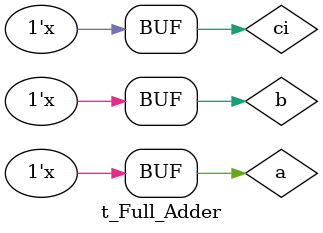
<source format=v>
`timescale 1 ns/1 ns

/*
$dumpfile("test.vcd");
$dumpvars();
*/

module t_Full_Adder;

reg	a, b, ci;
wire	sum, cout;

Full_Adder FA_1(.a(a), .b(b), .ci(ci), .sum(sum), .cout(cout));

initial begin
  // Time = 0
  a  = 1'b0;  
  b  = 1'b0;
  ci = 1'b0;

  $dumpfile("file_name.vcd");
  $dumpvars;

  $monitor("Time %8d ns, a=%d b=%d ci=%d sum=%d cout=%d", 
           $time, a, b, ci, sum, cout);
end

always #50 begin
  a  = a + 1;
end

always #100 begin
  b  = b + 1;
end

always #200 begin
  ci  = ci + 1;
end

endmodule


</source>
